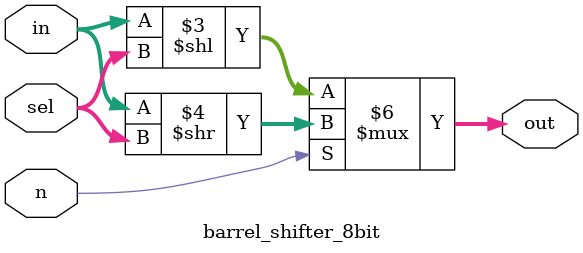
<source format=v>
`timescale 1ns / 1ps


module barrel_shifter_8bit(
input [7:0]in,
input n,
input [2:0]sel,
output reg[7:0]out
    );
    always@(*)
    begin 
    if(n==0)     //n==0 left shift
    begin
    out=in<<sel;
    end
    else         //n==1 right shift
    begin
    out=in>>sel;
    end
    end
endmodule

</source>
